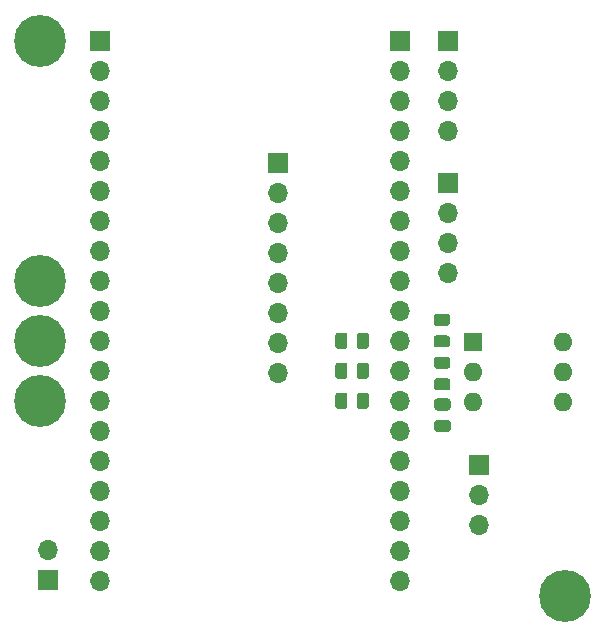
<source format=gbr>
%TF.GenerationSoftware,KiCad,Pcbnew,(5.1.10)-1*%
%TF.CreationDate,2022-01-17T10:12:51+08:00*%
%TF.ProjectId,armband_controller_ver2.0,61726d62-616e-4645-9f63-6f6e74726f6c,rev?*%
%TF.SameCoordinates,PX8a12ae0PY621abf0*%
%TF.FileFunction,Soldermask,Bot*%
%TF.FilePolarity,Negative*%
%FSLAX46Y46*%
G04 Gerber Fmt 4.6, Leading zero omitted, Abs format (unit mm)*
G04 Created by KiCad (PCBNEW (5.1.10)-1) date 2022-01-17 10:12:51*
%MOMM*%
%LPD*%
G01*
G04 APERTURE LIST*
%ADD10C,4.400000*%
%ADD11O,1.600000X1.600000*%
%ADD12R,1.600000X1.600000*%
%ADD13O,1.700000X1.700000*%
%ADD14R,1.700000X1.700000*%
G04 APERTURE END LIST*
D10*
%TO.C,H4*%
X2540000Y24130000D03*
%TD*%
D11*
%TO.C,SW1*%
X46812200Y24028400D03*
X39192200Y18948400D03*
X46812200Y21488400D03*
X39192200Y21488400D03*
X46812200Y18948400D03*
D12*
X39192200Y24028400D03*
%TD*%
%TO.C,R9*%
G36*
G01*
X29330600Y18599998D02*
X29330600Y19500002D01*
G75*
G02*
X29580598Y19750000I249998J0D01*
G01*
X30105602Y19750000D01*
G75*
G02*
X30355600Y19500002I0J-249998D01*
G01*
X30355600Y18599998D01*
G75*
G02*
X30105602Y18350000I-249998J0D01*
G01*
X29580598Y18350000D01*
G75*
G02*
X29330600Y18599998I0J249998D01*
G01*
G37*
G36*
G01*
X27505600Y18599998D02*
X27505600Y19500002D01*
G75*
G02*
X27755598Y19750000I249998J0D01*
G01*
X28280602Y19750000D01*
G75*
G02*
X28530600Y19500002I0J-249998D01*
G01*
X28530600Y18599998D01*
G75*
G02*
X28280602Y18350000I-249998J0D01*
G01*
X27755598Y18350000D01*
G75*
G02*
X27505600Y18599998I0J249998D01*
G01*
G37*
%TD*%
%TO.C,R8*%
G36*
G01*
X29330600Y21139998D02*
X29330600Y22040002D01*
G75*
G02*
X29580598Y22290000I249998J0D01*
G01*
X30105602Y22290000D01*
G75*
G02*
X30355600Y22040002I0J-249998D01*
G01*
X30355600Y21139998D01*
G75*
G02*
X30105602Y20890000I-249998J0D01*
G01*
X29580598Y20890000D01*
G75*
G02*
X29330600Y21139998I0J249998D01*
G01*
G37*
G36*
G01*
X27505600Y21139998D02*
X27505600Y22040002D01*
G75*
G02*
X27755598Y22290000I249998J0D01*
G01*
X28280602Y22290000D01*
G75*
G02*
X28530600Y22040002I0J-249998D01*
G01*
X28530600Y21139998D01*
G75*
G02*
X28280602Y20890000I-249998J0D01*
G01*
X27755598Y20890000D01*
G75*
G02*
X27505600Y21139998I0J249998D01*
G01*
G37*
%TD*%
%TO.C,R7*%
G36*
G01*
X29330600Y23679998D02*
X29330600Y24580002D01*
G75*
G02*
X29580598Y24830000I249998J0D01*
G01*
X30105602Y24830000D01*
G75*
G02*
X30355600Y24580002I0J-249998D01*
G01*
X30355600Y23679998D01*
G75*
G02*
X30105602Y23430000I-249998J0D01*
G01*
X29580598Y23430000D01*
G75*
G02*
X29330600Y23679998I0J249998D01*
G01*
G37*
G36*
G01*
X27505600Y23679998D02*
X27505600Y24580002D01*
G75*
G02*
X27755598Y24830000I249998J0D01*
G01*
X28280602Y24830000D01*
G75*
G02*
X28530600Y24580002I0J-249998D01*
G01*
X28530600Y23679998D01*
G75*
G02*
X28280602Y23430000I-249998J0D01*
G01*
X27755598Y23430000D01*
G75*
G02*
X27505600Y23679998I0J249998D01*
G01*
G37*
%TD*%
%TO.C,R6*%
G36*
G01*
X36125998Y17430800D02*
X37026002Y17430800D01*
G75*
G02*
X37276000Y17180802I0J-249998D01*
G01*
X37276000Y16655798D01*
G75*
G02*
X37026002Y16405800I-249998J0D01*
G01*
X36125998Y16405800D01*
G75*
G02*
X35876000Y16655798I0J249998D01*
G01*
X35876000Y17180802D01*
G75*
G02*
X36125998Y17430800I249998J0D01*
G01*
G37*
G36*
G01*
X36125998Y19255800D02*
X37026002Y19255800D01*
G75*
G02*
X37276000Y19005802I0J-249998D01*
G01*
X37276000Y18480798D01*
G75*
G02*
X37026002Y18230800I-249998J0D01*
G01*
X36125998Y18230800D01*
G75*
G02*
X35876000Y18480798I0J249998D01*
G01*
X35876000Y19005802D01*
G75*
G02*
X36125998Y19255800I249998J0D01*
G01*
G37*
%TD*%
%TO.C,R5*%
G36*
G01*
X36100598Y20961400D02*
X37000602Y20961400D01*
G75*
G02*
X37250600Y20711402I0J-249998D01*
G01*
X37250600Y20186398D01*
G75*
G02*
X37000602Y19936400I-249998J0D01*
G01*
X36100598Y19936400D01*
G75*
G02*
X35850600Y20186398I0J249998D01*
G01*
X35850600Y20711402D01*
G75*
G02*
X36100598Y20961400I249998J0D01*
G01*
G37*
G36*
G01*
X36100598Y22786400D02*
X37000602Y22786400D01*
G75*
G02*
X37250600Y22536402I0J-249998D01*
G01*
X37250600Y22011398D01*
G75*
G02*
X37000602Y21761400I-249998J0D01*
G01*
X36100598Y21761400D01*
G75*
G02*
X35850600Y22011398I0J249998D01*
G01*
X35850600Y22536402D01*
G75*
G02*
X36100598Y22786400I249998J0D01*
G01*
G37*
%TD*%
%TO.C,R4*%
G36*
G01*
X36075198Y24593600D02*
X36975202Y24593600D01*
G75*
G02*
X37225200Y24343602I0J-249998D01*
G01*
X37225200Y23818598D01*
G75*
G02*
X36975202Y23568600I-249998J0D01*
G01*
X36075198Y23568600D01*
G75*
G02*
X35825200Y23818598I0J249998D01*
G01*
X35825200Y24343602D01*
G75*
G02*
X36075198Y24593600I249998J0D01*
G01*
G37*
G36*
G01*
X36075198Y26418600D02*
X36975202Y26418600D01*
G75*
G02*
X37225200Y26168602I0J-249998D01*
G01*
X37225200Y25643598D01*
G75*
G02*
X36975202Y25393600I-249998J0D01*
G01*
X36075198Y25393600D01*
G75*
G02*
X35825200Y25643598I0J249998D01*
G01*
X35825200Y26168602D01*
G75*
G02*
X36075198Y26418600I249998J0D01*
G01*
G37*
%TD*%
D13*
%TO.C,J7*%
X22682200Y21437600D03*
X22682200Y23977600D03*
X22682200Y26517600D03*
X22682200Y29057600D03*
X22682200Y31597600D03*
X22682200Y34137600D03*
X22682200Y36677600D03*
D14*
X22682200Y39217600D03*
%TD*%
D13*
%TO.C,J6*%
X37058600Y29870400D03*
X37058600Y32410400D03*
X37058600Y34950400D03*
D14*
X37058600Y37490400D03*
%TD*%
D13*
%TO.C,J5*%
X37007800Y41910000D03*
X37007800Y44450000D03*
X37007800Y46990000D03*
D14*
X37007800Y49530000D03*
%TD*%
D13*
%TO.C,J4*%
X33020000Y3810000D03*
X33020000Y6350000D03*
X33020000Y8890000D03*
X33020000Y11430000D03*
X33020000Y13970000D03*
X33020000Y16510000D03*
X33020000Y19050000D03*
X33020000Y21590000D03*
X33020000Y24130000D03*
X33020000Y26670000D03*
X33020000Y29210000D03*
X33020000Y31750000D03*
X33020000Y34290000D03*
X33020000Y36830000D03*
X33020000Y39370000D03*
X33020000Y41910000D03*
X33020000Y44450000D03*
X33020000Y46990000D03*
D14*
X33020000Y49530000D03*
%TD*%
D13*
%TO.C,J3*%
X7620000Y3810000D03*
X7620000Y6350000D03*
X7620000Y8890000D03*
X7620000Y11430000D03*
X7620000Y13970000D03*
X7620000Y16510000D03*
X7620000Y19050000D03*
X7620000Y21590000D03*
X7620000Y24130000D03*
X7620000Y26670000D03*
X7620000Y29210000D03*
X7620000Y31750000D03*
X7620000Y34290000D03*
X7620000Y36830000D03*
X7620000Y39370000D03*
X7620000Y41910000D03*
X7620000Y44450000D03*
X7620000Y46990000D03*
D14*
X7620000Y49530000D03*
%TD*%
D13*
%TO.C,J2*%
X39700200Y8534400D03*
X39700200Y11074400D03*
D14*
X39700200Y13614400D03*
%TD*%
D13*
%TO.C,J1*%
X3175000Y6400800D03*
D14*
X3175000Y3860800D03*
%TD*%
D10*
%TO.C,H5*%
X2540000Y19050000D03*
%TD*%
%TO.C,H3*%
X2540000Y29210000D03*
%TD*%
%TO.C,H2*%
X46990000Y2540000D03*
%TD*%
%TO.C,H1*%
X2540000Y49530000D03*
%TD*%
M02*

</source>
